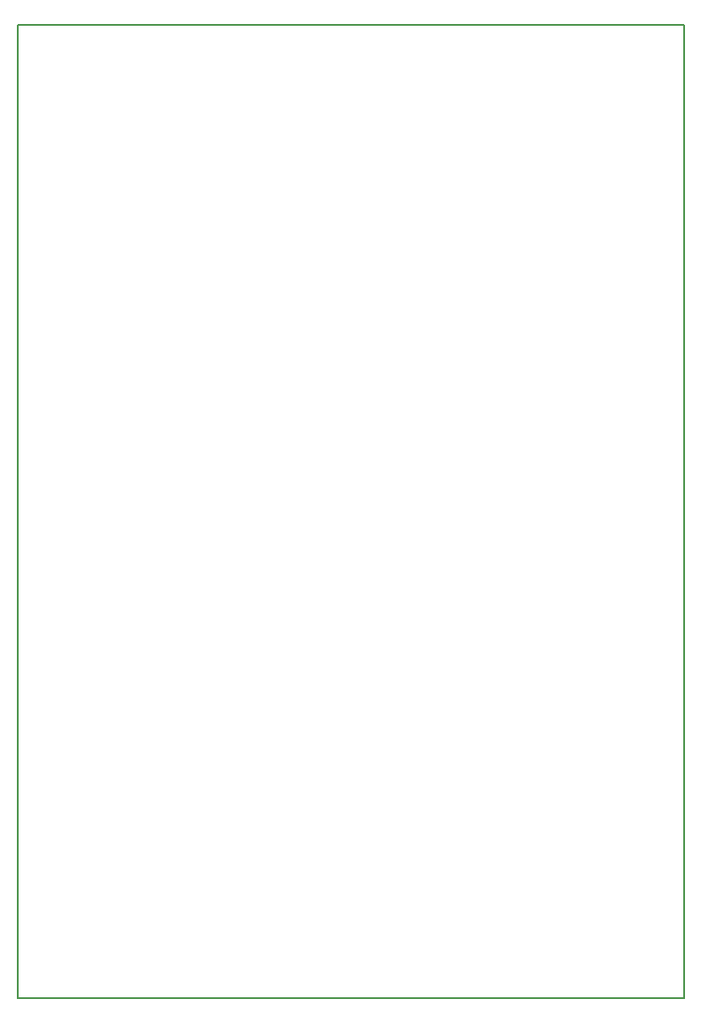
<source format=gm1>
G04 #@! TF.FileFunction,Profile,NP*
%FSLAX46Y46*%
G04 Gerber Fmt 4.6, Leading zero omitted, Abs format (unit mm)*
G04 Created by KiCad (PCBNEW 4.0.7) date 12/04/17 13:23:29*
%MOMM*%
%LPD*%
G01*
G04 APERTURE LIST*
%ADD10C,0.100000*%
%ADD11C,0.150000*%
G04 APERTURE END LIST*
D10*
D11*
X121285000Y-153670000D02*
X121285000Y-61000000D01*
X184785000Y-153670000D02*
X121285000Y-153670000D01*
X184785000Y-61000000D02*
X184785000Y-153670000D01*
X121285000Y-61000000D02*
X184785000Y-61000000D01*
M02*

</source>
